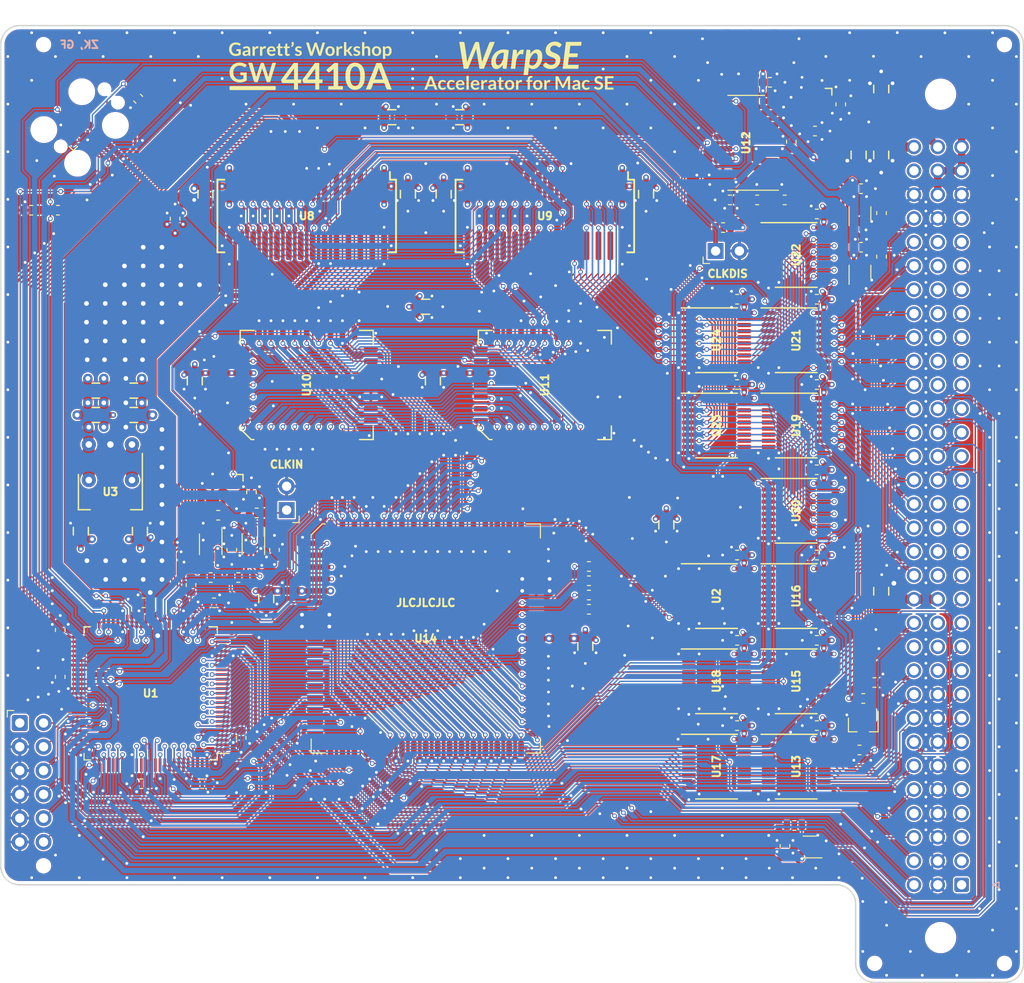
<source format=kicad_pcb>
(kicad_pcb (version 20221018) (generator pcbnew)

  (general
    (thickness 1.6108)
  )

  (paper "A4")
  (title_block
    (title "WarpSE (GW4410A)")
    (date "2024-03-27")
    (rev "1.0")
    (company "Garrett's Workshop")
  )

  (layers
    (0 "F.Cu" signal)
    (1 "In1.Cu" power)
    (2 "In2.Cu" power)
    (31 "B.Cu" signal)
    (32 "B.Adhes" user "B.Adhesive")
    (33 "F.Adhes" user "F.Adhesive")
    (34 "B.Paste" user)
    (35 "F.Paste" user)
    (36 "B.SilkS" user "B.Silkscreen")
    (37 "F.SilkS" user "F.Silkscreen")
    (38 "B.Mask" user)
    (39 "F.Mask" user)
    (40 "Dwgs.User" user "User.Drawings")
    (41 "Cmts.User" user "User.Comments")
    (42 "Eco1.User" user "User.Eco1")
    (43 "Eco2.User" user "User.Eco2")
    (44 "Edge.Cuts" user)
    (45 "Margin" user)
    (46 "B.CrtYd" user "B.Courtyard")
    (47 "F.CrtYd" user "F.Courtyard")
    (48 "B.Fab" user)
    (49 "F.Fab" user)
  )

  (setup
    (stackup
      (layer "F.SilkS" (type "Top Silk Screen"))
      (layer "F.Paste" (type "Top Solder Paste"))
      (layer "F.Mask" (type "Top Solder Mask") (thickness 0.01))
      (layer "F.Cu" (type "copper") (thickness 0.035))
      (layer "dielectric 1" (type "core") (thickness 0.2104) (material "FR4") (epsilon_r 4.6) (loss_tangent 0.02))
      (layer "In1.Cu" (type "copper") (thickness 0.0175))
      (layer "dielectric 2" (type "prepreg") (thickness 1.065) (material "FR4") (epsilon_r 4.5) (loss_tangent 0.02))
      (layer "In2.Cu" (type "copper") (thickness 0.0175))
      (layer "dielectric 3" (type "core") (thickness 0.2104) (material "FR4") (epsilon_r 4.6) (loss_tangent 0.02))
      (layer "B.Cu" (type "copper") (thickness 0.035))
      (layer "B.Mask" (type "Bottom Solder Mask") (thickness 0.01))
      (layer "B.Paste" (type "Bottom Solder Paste"))
      (layer "B.SilkS" (type "Bottom Silk Screen"))
      (copper_finish "None")
      (dielectric_constraints no)
    )
    (pad_to_mask_clearance 0.0762)
    (solder_mask_min_width 0.127)
    (pad_to_paste_clearance -0.0381)
    (pcbplotparams
      (layerselection 0x00010fc_ffffffff)
      (plot_on_all_layers_selection 0x0000000_00000000)
      (disableapertmacros false)
      (usegerberextensions true)
      (usegerberattributes false)
      (usegerberadvancedattributes false)
      (creategerberjobfile false)
      (dashed_line_dash_ratio 12.000000)
      (dashed_line_gap_ratio 3.000000)
      (svgprecision 6)
      (plotframeref false)
      (viasonmask false)
      (mode 1)
      (useauxorigin false)
      (hpglpennumber 1)
      (hpglpenspeed 20)
      (hpglpendiameter 15.000000)
      (dxfpolygonmode true)
      (dxfimperialunits true)
      (dxfusepcbnewfont true)
      (psnegative false)
      (psa4output false)
      (plotreference true)
      (plotvalue true)
      (plotinvisibletext false)
      (sketchpadsonfab false)
      (subtractmaskfromsilk true)
      (outputformat 1)
      (mirror false)
      (drillshape 0)
      (scaleselection 1)
      (outputdirectory "gerber/")
    )
  )

  (net 0 "")
  (net 1 "GND")
  (net 2 "+5V")
  (net 3 "+3V3")
  (net 4 "-5V")
  (net 5 "+12V")
  (net 6 "-12V")
  (net 7 "USB5V")
  (net 8 "Net-(U12-XO)")
  (net 9 "Net-(U12-XI)")
  (net 10 "/Buf/MacA1")
  (net 11 "/Buf/MacA2")
  (net 12 "/Buf/MacA3")
  (net 13 "/Buf/MacA4")
  (net 14 "/Buf/MacA5")
  (net 15 "/Buf/MacA6")
  (net 16 "/Buf/MacA7")
  (net 17 "/Buf/MacA8")
  (net 18 "/Buf/MacA9")
  (net 19 "/Buf/MacA10")
  (net 20 "/Buf/MacA11")
  (net 21 "/Buf/MacA12")
  (net 22 "/Buf/MacA13")
  (net 23 "/Buf/MacA14")
  (net 24 "/Control/~{RESET}")
  (net 25 "/Buf/MacA15")
  (net 26 "/Control/Mac~{AS}")
  (net 27 "/Control/Mac~{UDS}")
  (net 28 "/Control/Mac~{LDS}")
  (net 29 "/Buf/Mac~{R}W")
  (net 30 "/Control/Mac~{DTACK}")
  (net 31 "/Buf/MacA16")
  (net 32 "/Control/Mac~{VMA}")
  (net 33 "/Control/Mac~{VPA}")
  (net 34 "/Buf/MacA17")
  (net 35 "/Buf/MacA18")
  (net 36 "/Buf/MacA19")
  (net 37 "/Buf/MacA20")
  (net 38 "/Buf/MacA21")
  (net 39 "/Buf/MacA22")
  (net 40 "/Buf/MacA23")
  (net 41 "/Control/Mac~{BERR}")
  (net 42 "/Control/~{IPL}2")
  (net 43 "/MC68k/~{IPL}1")
  (net 44 "/MC68k/~{IPL}0")
  (net 45 "unconnected-(J1A-FC2-PadA1)")
  (net 46 "unconnected-(J1A-FC1-PadA2)")
  (net 47 "unconnected-(J1A-FC0-PadA3)")
  (net 48 "unconnected-(J1B-NC-PadB10)")
  (net 49 "unconnected-(J1B-NC-PadB11)")
  (net 50 "unconnected-(J1B-~{HALT}-PadB12)")
  (net 51 "unconnected-(J1B-NC-PadB22)")
  (net 52 "unconnected-(J1B-NC-PadB23)")
  (net 53 "unconnected-(J1B-NC-PadB24)")
  (net 54 "unconnected-(J1B-NC-PadB25)")
  (net 55 "/Control/Mac~{BR}")
  (net 56 "unconnected-(J1B-NC-PadB26)")
  (net 57 "/Buf/MacD0")
  (net 58 "/Buf/MacD1")
  (net 59 "/Buf/MacD2")
  (net 60 "/Buf/MacD3")
  (net 61 "/Buf/MacD4")
  (net 62 "/Buf/MacD5")
  (net 63 "/Buf/MacD6")
  (net 64 "/Buf/MacD7")
  (net 65 "/Buf/MacD8")
  (net 66 "/Buf/MacD9")
  (net 67 "/Buf/MacD10")
  (net 68 "/Buf/MacD11")
  (net 69 "/Buf/MacD12")
  (net 70 "/Buf/MacD13")
  (net 71 "/Buf/MacD14")
  (net 72 "/Buf/MacD15")
  (net 73 "unconnected-(J1B-NC-PadB27)")
  (net 74 "/Control/TMS")
  (net 75 "/Control/TCK")
  (net 76 "unconnected-(J1B-~{EXT.DTK}-PadB28)")
  (net 77 "/Control/TDI")
  (net 78 "unconnected-(J1C-~{BGACK}-PadC4)")
  (net 79 "unconnected-(J1C-~{PMCYC}-PadC11)")
  (net 80 "unconnected-(J1C-NC-PadC31)")
  (net 81 "/Control/TDO")
  (net 82 "unconnected-(J2-Pin_6-Pad6)")
  (net 83 "unconnected-(J2-Pin_7-Pad7)")
  (net 84 "unconnected-(J2-Pin_8-Pad8)")
  (net 85 "/Buf/Aout23")
  (net 86 "Net-(J3-D-)")
  (net 87 "Net-(J3-D+)")
  (net 88 "/Clk.sch/MCLK")
  (net 89 "/Control/Acc~{VPA}")
  (net 90 "/Control/Acc~{BERR}")
  (net 91 "/Buf/Din~{OE}")
  (net 92 "/Buf/Dout~{OE}")
  (net 93 "/Buf/Aout~{OE}")
  (net 94 "/Buf/DinLE")
  (net 95 "/Buf/ADoutLE0")
  (net 96 "/Buf/ADoutLE1")
  (net 97 "/Buf/AccA5")
  (net 98 "/Buf/AccA6")
  (net 99 "/Buf/AccA7")
  (net 100 "/Buf/AccA8")
  (net 101 "/Buf/AccA9")
  (net 102 "/Control/U~{WE}")
  (net 103 "/Control/L~{WE}")
  (net 104 "/Control/~{RAS}")
  (net 105 "/Control/RA11")
  (net 106 "Net-(U6-Q)")
  (net 107 "/Buf/AccA10")
  (net 108 "/Control/RA9")
  (net 109 "/Control/RA10")
  (net 110 "/Control/RA8")
  (net 111 "/Control/RA0")
  (net 112 "/Control/RA7")
  (net 113 "/Control/RA1")
  (net 114 "/Buf/AccA11")
  (net 115 "/Control/RA6")
  (net 116 "/Control/RA2")
  (net 117 "/Control/RA5")
  (net 118 "/Control/RA3")
  (net 119 "/Control/RA4")
  (net 120 "/Buf/AccA12")
  (net 121 "/Control/~{OE}")
  (net 122 "/Control/~{CAS}")
  (net 123 "/Control/ROM~{OE}")
  (net 124 "/Control/ROM~{WE}")
  (net 125 "/Control/Acc~{UDS}")
  (net 126 "/Control/Acc~{AS}")
  (net 127 "/Control/Acc~{LDS}")
  (net 128 "/Buf/AccA13")
  (net 129 "/Control/Acc~{DTACK}")
  (net 130 "/Buf/AccA14")
  (net 131 "/Buf/AccA15")
  (net 132 "/Buf/AccA16")
  (net 133 "/Buf/AccA17")
  (net 134 "/Buf/AccA18")
  (net 135 "/Buf/AccA19")
  (net 136 "/Buf/AccA20")
  (net 137 "/Buf/AccA21")
  (net 138 "/Buf/AccA22")
  (net 139 "/Buf/AccA23")
  (net 140 "/Buf/Acc~{R}W")
  (net 141 "Net-(U7-Q)")
  (net 142 "/Clk.sch/FCLK")
  (net 143 "/Control/DBG5")
  (net 144 "Net-(U5-Output)")
  (net 145 "Net-(U6-CK)")
  (net 146 "/Control/Mac~{BG}")
  (net 147 "/Prog/TCKrc")
  (net 148 "/Control/DBG3")
  (net 149 "/Control/DBG2")
  (net 150 "/Control/DBG0")
  (net 151 "/Buf/AccD6")
  (net 152 "/Buf/AccD7")
  (net 153 "/Buf/AccD5")
  (net 154 "/Buf/AccD3")
  (net 155 "/Buf/AccD1")
  (net 156 "/Buf/AccD2")
  (net 157 "/Buf/AccD4")
  (net 158 "/Buf/AccD14")
  (net 159 "/Buf/AccD15")
  (net 160 "/Buf/AccD13")
  (net 161 "/Buf/AccD11")
  (net 162 "/Buf/AccD9")
  (net 163 "/Buf/AccD8")
  (net 164 "/Buf/AccD10")
  (net 165 "/Buf/AccD12")
  (net 166 "/Buf/AccA1")
  (net 167 "/Buf/AccA2")
  (net 168 "/Buf/AccA3")
  (net 169 "/Control/CK20EN")
  (net 170 "/Control/DBG1")
  (net 171 "/Control/DBG4")
  (net 172 "unconnected-(U1-I{slash}O{slash}GSR-Pad99)")
  (net 173 "Net-(U16-D7)")
  (net 174 "Net-(U16-D6)")
  (net 175 "Net-(U16-D5)")
  (net 176 "/Buf/AccA4")
  (net 177 "Net-(U16-D4)")
  (net 178 "Net-(U16-D3)")
  (net 179 "Net-(U16-D2)")
  (net 180 "Net-(U16-D1)")
  (net 181 "Net-(U16-D0)")
  (net 182 "Net-(U6-D)")
  (net 183 "/Buf/AccD0")
  (net 184 "Net-(U13-D0)")
  (net 185 "Net-(U13-D1)")
  (net 186 "Net-(U13-D2)")
  (net 187 "Net-(U13-D3)")
  (net 188 "Net-(U13-D4)")
  (net 189 "Net-(U13-D5)")
  (net 190 "Net-(U13-D6)")
  (net 191 "Net-(U13-D7)")
  (net 192 "unconnected-(U14-BG-Pad11)")
  (net 193 "unconnected-(U14-NC-Pad18)")
  (net 194 "unconnected-(U14-VMA-Pad21)")
  (net 195 "unconnected-(U14-E-Pad22)")
  (net 196 "unconnected-(U14-FC2-Pad28)")
  (net 197 "unconnected-(U14-FC1-Pad29)")
  (net 198 "unconnected-(U14-FC0-Pad30)")
  (net 199 "unconnected-(U14-NC-Pad31)")
  (net 200 "Net-(U15-D0)")
  (net 201 "Net-(U15-D1)")
  (net 202 "Net-(U15-D2)")
  (net 203 "Net-(U15-D3)")
  (net 204 "Net-(U15-D4)")
  (net 205 "Net-(U15-D5)")
  (net 206 "Net-(U15-D6)")
  (net 207 "Net-(U15-D7)")
  (net 208 "Net-(U19-D0)")
  (net 209 "/Prog/UTCK")
  (net 210 "Net-(U19-D1)")
  (net 211 "/Buf/Aout22")
  (net 212 "Net-(U19-D2)")
  (net 213 "Net-(U19-D3)")
  (net 214 "Net-(U19-D4)")
  (net 215 "Net-(U19-D5)")
  (net 216 "Net-(U19-D6)")
  (net 217 "Net-(U19-D7)")
  (net 218 "Net-(U21-D0)")
  (net 219 "Net-(U21-D1)")
  (net 220 "Net-(U21-D2)")
  (net 221 "Net-(U21-D3)")
  (net 222 "Net-(U21-D4)")
  (net 223 "Net-(U21-D5)")
  (net 224 "Net-(U21-D6)")
  (net 225 "Net-(U21-D7)")
  (net 226 "/Clk.sch/MCKE")
  (net 227 "/Buf/GA23")
  (net 228 "/Buf/GA22")
  (net 229 "unconnected-(U26-NC-Pad1)")
  (net 230 "/ClkBuf/E")
  (net 231 "/ClkBuf/BE")
  (net 232 "unconnected-(U27-NC-Pad1)")
  (net 233 "/ClkBuf/C8M")
  (net 234 "/ClkBuf/BC8M")
  (net 235 "unconnected-(U28-NC-Pad1)")
  (net 236 "/ClkBuf/C16M")
  (net 237 "/ClkBuf/BC16M")
  (net 238 "Net-(U28-Y)")
  (net 239 "Net-(U27-Y)")
  (net 240 "Net-(U26-Y)")
  (net 241 "unconnected-(J3-ID-Pad4)")
  (net 242 "Net-(Q1-C)")
  (net 243 "Net-(Q1-B)")
  (net 244 "Net-(J5-Pin_1)")
  (net 245 "Net-(J6-Pin_1)")
  (net 246 "unconnected-(U6-~{Q}-Pad3)")

  (footprint "stdpads:C_0805" (layer "F.Cu") (at 113.4 76.8))

  (footprint "stdpads:C_0805" (layer "F.Cu") (at 117.45 76.8))

  (footprint "stdpads:C_0805" (layer "F.Cu") (at 117.45 79.4))

  (footprint "stdpads:C_0805" (layer "F.Cu") (at 113.4 79.4))

  (footprint "stdpads:TQFP-100_14x14mm_P0.5mm" (layer "F.Cu") (at 119.25 109.1 90))

  (footprint "stdpads:C_0805" (layer "F.Cu") (at 197.1675 44.616 90))

  (footprint "stdpads:C_0805" (layer "F.Cu") (at 194.7545 51.65 -90))

  (footprint "stdpads:C_0805" (layer "F.Cu") (at 197.1675 51.65 -90))

  (footprint "stdpads:SOJ-28_300mil" (layer "F.Cu") (at 161.29 58.166 -90))

  (footprint "stdpads:DIN41612_R_3x32_Male_Vertical_THT" (layer "F.Cu") (at 205.74 129.54 180))

  (footprint "stdpads:C_0603" (layer "F.Cu") (at 126 99.45))

  (footprint "stdpads:TSSOP-20_4.4x6.5mm_P0.65mm" (layer "F.Cu") (at 179.6 98.725 -90))

  (footprint "stdpads:C_0603" (layer "F.Cu") (at 181.8 94.35 180))

  (footprint "stdpads:C_0603" (layer "F.Cu") (at 190.3 57.95 180))

  (footprint "stdpads:C_0603" (layer "F.Cu") (at 190.3 94.35 180))

  (footprint "stdpads:C_0603" (layer "F.Cu") (at 190.3 85.25 180))

  (footprint "stdpads:C_0603" (layer "F.Cu") (at 181.8 112.55 180))

  (footprint "stdpads:C_0603" (layer "F.Cu") (at 190.3 112.55 180))

  (footprint "stdpads:C_0603" (layer "F.Cu") (at 190.3 67.05 180))

  (footprint "stdpads:C_0603" (layer "F.Cu") (at 181.8 67.05 180))

  (footprint "stdpads:C_0603" (layer "F.Cu") (at 181.8 76.15 180))

  (footprint "stdpads:C_0603" (layer "F.Cu") (at 181.8 103.45 180))

  (footprint "stdpads:C_0603" (layer "F.Cu") (at 190.3 103.45 180))

  (footprint "stdpads:C_0805" (layer "F.Cu") (at 197.1675 98.21 90))

  (footprint "stdpads:C_0805" (layer "F.Cu") (at 131.572 99.021 -90))

  (footprint "stdpads:C_0805" (layer "F.Cu") (at 165.608 104.101 -90))

  (footprint "stdpads:TSSOP-20_4.4x6.5mm_P0.65mm" (layer "F.Cu") (at 179.6 71.425 -90))

  (footprint "stdpads:TSSOP-20_4.4x6.5mm_P0.65mm" (layer "F.Cu") (at 179.6 80.525 -90))

  (footprint "stdpads:TSSOP-20_4.4x6.5mm_P0.65mm" (layer "F.Cu") (at 188.1 62.325 -90))

  (footprint "stdpads:TSSOP-20_4.4x6.5mm_P0.65mm" (layer "F.Cu") (at 188.1 71.425 -90))

  (footprint "stdpads:TSSOP-20_4.4x6.5mm_P0.65mm" (layer "F.Cu") (at 188.1 89.625 -90))

  (footprint "stdpads:TSSOP-20_4.4x6.5mm_P0.65mm" (layer "F.Cu")
    (tstamp 00000000-0000-0000-0000-000061aa2d14)
    (at 188.1 80.525 -90)
    (descr "20-Lead Plastic Thin Shrink Small Outline (ST)-4.4 mm Body [TSSOP] (see Microchip Packaging Specification 00000049BS.pdf)")
    (tags "SSOP 0.65")
    (property "LCSC Part" "C141311")
    (property "Sheetfile" "Buf.kicad_sch")
    (property "Sheetname" "Buf")
    (path "/00000000-0000-0000-0000-000060941922/00000000-0000-0000-0000-000060976b52")
    (solder_mask_margin 0.024)
    (solder_paste_margin -0.04)
    (attr smd)
    (fp_text reference "U19" (at 0 0 90) (layer "F.Fab")
        (effects (font (size 0.8128 0.8128) (thickness 0.2032)))
      (tstamp 1c99a55c-9172-40d4-9807-e4f3cfa77c3b)
    )
    (fp_text value "74AHCT573PW" (at 0 1.016 90) (layer "F.Fab")
        (effects (font (size 0.508 0.508) (thickness 0.127)))
      (tstamp a9a02b23-1b74-4543-ae2d-77d778f5f404)
    )
    (fp_text user "${REFERENCE}" (at 0 0 -90) (layer "F.SilkS")
        (effects (font (size 0.8128 0.8128) (thickness 0.2032)))
      (tstamp 54b319d6-c4a9-49d4-b523-19337b54aa15)
    )
    (fp_line (start -3.45 3.75) (end -3.45 -2.225)
      (stroke (width 0.15) (type solid)) (layer "F.SilkS") (tstamp 0837d8f0-3aba-4ac8-a065-d260a043b22f))
    (fp_line (start 3.45 2.225) (end 3.45 -2.225)
      (stroke (width 0.15) (type solid)) (layer "F.SilkS") (tstamp 6b8045ac-4984-4d15-bbae-f3df25d4658e))
    (fp_line (start -3.55 -3.95) (end 3.55 -3.95)
      (stroke (width 0.05) (type solid)) (layer "F.CrtYd") (tstamp ba03618a-6951-4d0e-87c1-9fcb6fa73938))
    (fp_line (start -3.55 3.95) (end -3.55 -3.95)
      (stroke (width 0.05) (type solid)) (layer "F.CrtYd") (tstamp d6b33fa9-c951-4cdb-9dd0-49c3a090c6ae))
    (fp_line (start -3.55 3.95) (end 3.55 3.95)
      (stroke (width 0.05) (type solid)) (layer "F.CrtYd") (tstamp ec3cdd91-bd99-4edd-97a6-95cc7e51f318))
    (fp_line (start 3.55 3.95) (end 3.55 -3.95)
      (stroke (width 0.05) (type solid)) (layer "F.CrtYd") (tstamp 759d4beb-8c18-4c6a-85c4-22c7e04ffa04))
    (fp_line (start -3.25 -2.2) (end 3.25 -2.2)
      (stroke (width 0.15) (type solid)) (layer "F.Fab") (tstamp a77bcdf3-a4fd-4b0e-a760-5c20ddba2423))
    (fp_line (start -3.25 1.2) (end -3.25 -2.2)
      (stroke (width 0.15) (type solid)) (layer "F.Fab") (tstamp 70c5abec-4d0a-42c4-b4fa-a8041b4ae11e))
    (fp_line (start -2.25 2.2) (end -3.25 1.2)
      (stroke (width 0.15) (type solid)) (layer "F.Fab") (tstamp 5cbb2fc0-2d24-45bb-9530-3a38169febe9))
    (fp_line (start 3.25 -2.2) (end 3.25 2.2)
      (stroke (width 0.15) (type solid)) (layer "F.Fab") (tstamp a6cdd9d2-11e4-4755-844f-ecce35469498))
    (fp_line (start 3.25 2.2) (end -2.25 2.2)
      (stroke (width 0.15) (type solid)) (layer "F.Fab") (tstamp fbbc3078-20c4-4d29-bbd3-a0352865010f))
    (pad "1" smd roundrect (at -2.925 2.95) (size 1.45 0.45) (layers "F.Cu" "F.Paste" "F.Mask") (roundrect_rratio 0.25)
      (net 92 "/Buf/Dout~{OE}") (pinfunction "~{OE}") (pintype "input") (tstamp c96cbc20-221a-46f8-997e-93761bdd3cca))
    (pad "2" smd roundrect (at -2.275 2.95) (size 1.45 0.45) (layers "F.Cu" "F.Paste" "F.Mask") (roundrect_rratio 0.25)
      (net 208 "Net-(U19-D0)") (pinfunction "D0") (pintype "input") (tstamp 88f29f80-f2a7-4b0b-9106-508fe96e5e61))
    (pad "3" smd roundrect (at -1.625 2.95) (size 1.45 0.45) (layers "F.Cu" "F.Paste" "F.Mask") (roundrect_rratio 0.25)
      (net 210 "Net-(U19-D1)") (pinfunction "D1") (pintype "input") (tstamp fea2d4cc-c679-4c3a-8ea4-959d7bcd
... [6180664 chars truncated]
</source>
